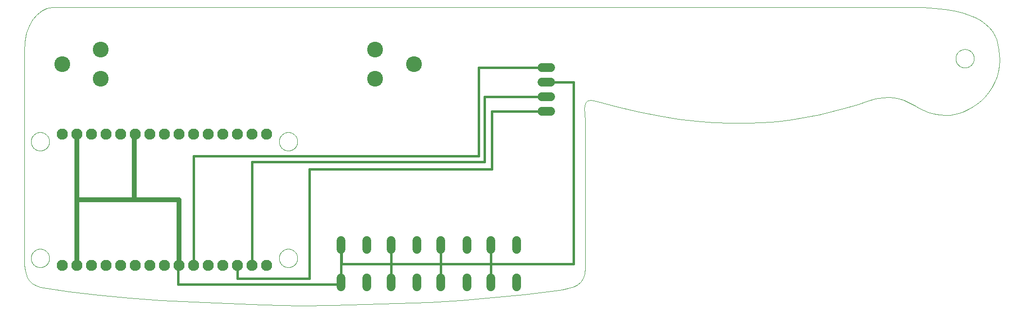
<source format=gbl>
G75*
%MOIN*%
%OFA0B0*%
%FSLAX25Y25*%
%IPPOS*%
%LPD*%
%AMOC8*
5,1,8,0,0,1.08239X$1,22.5*
%
%ADD10C,0.00004*%
%ADD11C,0.00000*%
%ADD12C,0.06000*%
%ADD13C,0.07600*%
%ADD14C,0.10800*%
%ADD15C,0.01600*%
%ADD16C,0.03200*%
D10*
X0011846Y0013466D02*
X0031543Y0010503D01*
X0051860Y0008103D01*
X0072852Y0006185D01*
X0094574Y0004668D01*
X0117080Y0003472D01*
X0140427Y0002516D01*
X0164669Y0001720D01*
X0189861Y0001002D01*
X0212030Y0001298D01*
X0234150Y0001754D01*
X0256205Y0002429D01*
X0278174Y0003386D01*
X0300040Y0004685D01*
X0321784Y0006388D01*
X0343387Y0008557D01*
X0364832Y0011252D01*
X0369506Y0011971D01*
X0373614Y0012818D01*
X0377136Y0013906D01*
X0380047Y0015348D01*
X0382328Y0017258D01*
X0383954Y0019747D01*
X0384906Y0022929D01*
X0385159Y0026918D01*
X0385159Y0129287D01*
X0385099Y0130998D01*
X0384904Y0133242D01*
X0384785Y0135721D01*
X0384951Y0138135D01*
X0385610Y0140186D01*
X0386973Y0141574D01*
X0389248Y0141999D01*
X0392646Y0141164D01*
X0407677Y0137147D01*
X0422037Y0133806D01*
X0435760Y0131108D01*
X0448881Y0129019D01*
X0461435Y0127503D01*
X0473457Y0126528D01*
X0484982Y0126058D01*
X0496044Y0126060D01*
X0506679Y0126499D01*
X0516922Y0127341D01*
X0526807Y0128553D01*
X0536369Y0130098D01*
X0545643Y0131945D01*
X0554664Y0134058D01*
X0563466Y0136403D01*
X0572086Y0138946D01*
X0578498Y0141219D01*
X0584108Y0142735D01*
X0589012Y0143578D01*
X0593307Y0143832D01*
X0597089Y0143583D01*
X0600454Y0142913D01*
X0603500Y0141908D01*
X0606321Y0140653D01*
X0609014Y0139231D01*
X0611676Y0137727D01*
X0614403Y0136226D01*
X0617292Y0134811D01*
X0620438Y0133568D01*
X0623938Y0132580D01*
X0627889Y0131933D01*
X0632386Y0131710D01*
X0635234Y0131704D01*
X0638219Y0132085D01*
X0641296Y0132840D01*
X0644419Y0133952D01*
X0647544Y0135405D01*
X0650626Y0137185D01*
X0653619Y0139275D01*
X0656479Y0141660D01*
X0659161Y0144324D01*
X0661619Y0147253D01*
X0663809Y0150429D01*
X0665686Y0153838D01*
X0667205Y0157464D01*
X0668320Y0161292D01*
X0668987Y0165305D01*
X0669161Y0169489D01*
X0669067Y0173106D01*
X0668728Y0176600D01*
X0668105Y0179958D01*
X0667162Y0183168D01*
X0665859Y0186215D01*
X0664158Y0189089D01*
X0662022Y0191775D01*
X0659413Y0194260D01*
X0656292Y0196533D01*
X0652622Y0198579D01*
X0648364Y0200387D01*
X0643481Y0201944D01*
X0637934Y0203235D01*
X0631685Y0204249D01*
X0624696Y0204973D01*
X0616930Y0205394D01*
X0019959Y0205394D01*
X0016433Y0204726D01*
X0012975Y0203099D01*
X0009716Y0200551D01*
X0006788Y0197124D01*
X0004321Y0192857D01*
X0002447Y0187790D01*
X0001297Y0181964D01*
X0001002Y0175419D01*
X0001002Y0029028D01*
X0001191Y0026999D01*
X0001546Y0024824D01*
X0002150Y0022588D01*
X0003087Y0020375D01*
X0004441Y0018271D01*
X0006297Y0016361D01*
X0008737Y0014731D01*
X0011846Y0013466D01*
D11*
X0005518Y0033510D02*
X0005520Y0033668D01*
X0005526Y0033826D01*
X0005536Y0033984D01*
X0005550Y0034142D01*
X0005568Y0034299D01*
X0005589Y0034456D01*
X0005615Y0034612D01*
X0005645Y0034768D01*
X0005678Y0034923D01*
X0005716Y0035076D01*
X0005757Y0035229D01*
X0005802Y0035381D01*
X0005851Y0035532D01*
X0005904Y0035681D01*
X0005960Y0035829D01*
X0006020Y0035975D01*
X0006084Y0036120D01*
X0006152Y0036263D01*
X0006223Y0036405D01*
X0006297Y0036545D01*
X0006375Y0036682D01*
X0006457Y0036818D01*
X0006541Y0036952D01*
X0006630Y0037083D01*
X0006721Y0037212D01*
X0006816Y0037339D01*
X0006913Y0037464D01*
X0007014Y0037586D01*
X0007118Y0037705D01*
X0007225Y0037822D01*
X0007335Y0037936D01*
X0007448Y0038047D01*
X0007563Y0038156D01*
X0007681Y0038261D01*
X0007802Y0038363D01*
X0007925Y0038463D01*
X0008051Y0038559D01*
X0008179Y0038652D01*
X0008309Y0038742D01*
X0008442Y0038828D01*
X0008577Y0038912D01*
X0008713Y0038991D01*
X0008852Y0039068D01*
X0008993Y0039140D01*
X0009135Y0039210D01*
X0009279Y0039275D01*
X0009425Y0039337D01*
X0009572Y0039395D01*
X0009721Y0039450D01*
X0009871Y0039501D01*
X0010022Y0039548D01*
X0010174Y0039591D01*
X0010327Y0039630D01*
X0010482Y0039666D01*
X0010637Y0039697D01*
X0010793Y0039725D01*
X0010949Y0039749D01*
X0011106Y0039769D01*
X0011264Y0039785D01*
X0011421Y0039797D01*
X0011580Y0039805D01*
X0011738Y0039809D01*
X0011896Y0039809D01*
X0012054Y0039805D01*
X0012213Y0039797D01*
X0012370Y0039785D01*
X0012528Y0039769D01*
X0012685Y0039749D01*
X0012841Y0039725D01*
X0012997Y0039697D01*
X0013152Y0039666D01*
X0013307Y0039630D01*
X0013460Y0039591D01*
X0013612Y0039548D01*
X0013763Y0039501D01*
X0013913Y0039450D01*
X0014062Y0039395D01*
X0014209Y0039337D01*
X0014355Y0039275D01*
X0014499Y0039210D01*
X0014641Y0039140D01*
X0014782Y0039068D01*
X0014921Y0038991D01*
X0015057Y0038912D01*
X0015192Y0038828D01*
X0015325Y0038742D01*
X0015455Y0038652D01*
X0015583Y0038559D01*
X0015709Y0038463D01*
X0015832Y0038363D01*
X0015953Y0038261D01*
X0016071Y0038156D01*
X0016186Y0038047D01*
X0016299Y0037936D01*
X0016409Y0037822D01*
X0016516Y0037705D01*
X0016620Y0037586D01*
X0016721Y0037464D01*
X0016818Y0037339D01*
X0016913Y0037212D01*
X0017004Y0037083D01*
X0017093Y0036952D01*
X0017177Y0036818D01*
X0017259Y0036682D01*
X0017337Y0036545D01*
X0017411Y0036405D01*
X0017482Y0036263D01*
X0017550Y0036120D01*
X0017614Y0035975D01*
X0017674Y0035829D01*
X0017730Y0035681D01*
X0017783Y0035532D01*
X0017832Y0035381D01*
X0017877Y0035229D01*
X0017918Y0035076D01*
X0017956Y0034923D01*
X0017989Y0034768D01*
X0018019Y0034612D01*
X0018045Y0034456D01*
X0018066Y0034299D01*
X0018084Y0034142D01*
X0018098Y0033984D01*
X0018108Y0033826D01*
X0018114Y0033668D01*
X0018116Y0033510D01*
X0018114Y0033352D01*
X0018108Y0033194D01*
X0018098Y0033036D01*
X0018084Y0032878D01*
X0018066Y0032721D01*
X0018045Y0032564D01*
X0018019Y0032408D01*
X0017989Y0032252D01*
X0017956Y0032097D01*
X0017918Y0031944D01*
X0017877Y0031791D01*
X0017832Y0031639D01*
X0017783Y0031488D01*
X0017730Y0031339D01*
X0017674Y0031191D01*
X0017614Y0031045D01*
X0017550Y0030900D01*
X0017482Y0030757D01*
X0017411Y0030615D01*
X0017337Y0030475D01*
X0017259Y0030338D01*
X0017177Y0030202D01*
X0017093Y0030068D01*
X0017004Y0029937D01*
X0016913Y0029808D01*
X0016818Y0029681D01*
X0016721Y0029556D01*
X0016620Y0029434D01*
X0016516Y0029315D01*
X0016409Y0029198D01*
X0016299Y0029084D01*
X0016186Y0028973D01*
X0016071Y0028864D01*
X0015953Y0028759D01*
X0015832Y0028657D01*
X0015709Y0028557D01*
X0015583Y0028461D01*
X0015455Y0028368D01*
X0015325Y0028278D01*
X0015192Y0028192D01*
X0015057Y0028108D01*
X0014921Y0028029D01*
X0014782Y0027952D01*
X0014641Y0027880D01*
X0014499Y0027810D01*
X0014355Y0027745D01*
X0014209Y0027683D01*
X0014062Y0027625D01*
X0013913Y0027570D01*
X0013763Y0027519D01*
X0013612Y0027472D01*
X0013460Y0027429D01*
X0013307Y0027390D01*
X0013152Y0027354D01*
X0012997Y0027323D01*
X0012841Y0027295D01*
X0012685Y0027271D01*
X0012528Y0027251D01*
X0012370Y0027235D01*
X0012213Y0027223D01*
X0012054Y0027215D01*
X0011896Y0027211D01*
X0011738Y0027211D01*
X0011580Y0027215D01*
X0011421Y0027223D01*
X0011264Y0027235D01*
X0011106Y0027251D01*
X0010949Y0027271D01*
X0010793Y0027295D01*
X0010637Y0027323D01*
X0010482Y0027354D01*
X0010327Y0027390D01*
X0010174Y0027429D01*
X0010022Y0027472D01*
X0009871Y0027519D01*
X0009721Y0027570D01*
X0009572Y0027625D01*
X0009425Y0027683D01*
X0009279Y0027745D01*
X0009135Y0027810D01*
X0008993Y0027880D01*
X0008852Y0027952D01*
X0008713Y0028029D01*
X0008577Y0028108D01*
X0008442Y0028192D01*
X0008309Y0028278D01*
X0008179Y0028368D01*
X0008051Y0028461D01*
X0007925Y0028557D01*
X0007802Y0028657D01*
X0007681Y0028759D01*
X0007563Y0028864D01*
X0007448Y0028973D01*
X0007335Y0029084D01*
X0007225Y0029198D01*
X0007118Y0029315D01*
X0007014Y0029434D01*
X0006913Y0029556D01*
X0006816Y0029681D01*
X0006721Y0029808D01*
X0006630Y0029937D01*
X0006541Y0030068D01*
X0006457Y0030202D01*
X0006375Y0030338D01*
X0006297Y0030475D01*
X0006223Y0030615D01*
X0006152Y0030757D01*
X0006084Y0030900D01*
X0006020Y0031045D01*
X0005960Y0031191D01*
X0005904Y0031339D01*
X0005851Y0031488D01*
X0005802Y0031639D01*
X0005757Y0031791D01*
X0005716Y0031944D01*
X0005678Y0032097D01*
X0005645Y0032252D01*
X0005615Y0032408D01*
X0005589Y0032564D01*
X0005568Y0032721D01*
X0005550Y0032878D01*
X0005536Y0033036D01*
X0005526Y0033194D01*
X0005520Y0033352D01*
X0005518Y0033510D01*
X0175518Y0033510D02*
X0175520Y0033668D01*
X0175526Y0033826D01*
X0175536Y0033984D01*
X0175550Y0034142D01*
X0175568Y0034299D01*
X0175589Y0034456D01*
X0175615Y0034612D01*
X0175645Y0034768D01*
X0175678Y0034923D01*
X0175716Y0035076D01*
X0175757Y0035229D01*
X0175802Y0035381D01*
X0175851Y0035532D01*
X0175904Y0035681D01*
X0175960Y0035829D01*
X0176020Y0035975D01*
X0176084Y0036120D01*
X0176152Y0036263D01*
X0176223Y0036405D01*
X0176297Y0036545D01*
X0176375Y0036682D01*
X0176457Y0036818D01*
X0176541Y0036952D01*
X0176630Y0037083D01*
X0176721Y0037212D01*
X0176816Y0037339D01*
X0176913Y0037464D01*
X0177014Y0037586D01*
X0177118Y0037705D01*
X0177225Y0037822D01*
X0177335Y0037936D01*
X0177448Y0038047D01*
X0177563Y0038156D01*
X0177681Y0038261D01*
X0177802Y0038363D01*
X0177925Y0038463D01*
X0178051Y0038559D01*
X0178179Y0038652D01*
X0178309Y0038742D01*
X0178442Y0038828D01*
X0178577Y0038912D01*
X0178713Y0038991D01*
X0178852Y0039068D01*
X0178993Y0039140D01*
X0179135Y0039210D01*
X0179279Y0039275D01*
X0179425Y0039337D01*
X0179572Y0039395D01*
X0179721Y0039450D01*
X0179871Y0039501D01*
X0180022Y0039548D01*
X0180174Y0039591D01*
X0180327Y0039630D01*
X0180482Y0039666D01*
X0180637Y0039697D01*
X0180793Y0039725D01*
X0180949Y0039749D01*
X0181106Y0039769D01*
X0181264Y0039785D01*
X0181421Y0039797D01*
X0181580Y0039805D01*
X0181738Y0039809D01*
X0181896Y0039809D01*
X0182054Y0039805D01*
X0182213Y0039797D01*
X0182370Y0039785D01*
X0182528Y0039769D01*
X0182685Y0039749D01*
X0182841Y0039725D01*
X0182997Y0039697D01*
X0183152Y0039666D01*
X0183307Y0039630D01*
X0183460Y0039591D01*
X0183612Y0039548D01*
X0183763Y0039501D01*
X0183913Y0039450D01*
X0184062Y0039395D01*
X0184209Y0039337D01*
X0184355Y0039275D01*
X0184499Y0039210D01*
X0184641Y0039140D01*
X0184782Y0039068D01*
X0184921Y0038991D01*
X0185057Y0038912D01*
X0185192Y0038828D01*
X0185325Y0038742D01*
X0185455Y0038652D01*
X0185583Y0038559D01*
X0185709Y0038463D01*
X0185832Y0038363D01*
X0185953Y0038261D01*
X0186071Y0038156D01*
X0186186Y0038047D01*
X0186299Y0037936D01*
X0186409Y0037822D01*
X0186516Y0037705D01*
X0186620Y0037586D01*
X0186721Y0037464D01*
X0186818Y0037339D01*
X0186913Y0037212D01*
X0187004Y0037083D01*
X0187093Y0036952D01*
X0187177Y0036818D01*
X0187259Y0036682D01*
X0187337Y0036545D01*
X0187411Y0036405D01*
X0187482Y0036263D01*
X0187550Y0036120D01*
X0187614Y0035975D01*
X0187674Y0035829D01*
X0187730Y0035681D01*
X0187783Y0035532D01*
X0187832Y0035381D01*
X0187877Y0035229D01*
X0187918Y0035076D01*
X0187956Y0034923D01*
X0187989Y0034768D01*
X0188019Y0034612D01*
X0188045Y0034456D01*
X0188066Y0034299D01*
X0188084Y0034142D01*
X0188098Y0033984D01*
X0188108Y0033826D01*
X0188114Y0033668D01*
X0188116Y0033510D01*
X0188114Y0033352D01*
X0188108Y0033194D01*
X0188098Y0033036D01*
X0188084Y0032878D01*
X0188066Y0032721D01*
X0188045Y0032564D01*
X0188019Y0032408D01*
X0187989Y0032252D01*
X0187956Y0032097D01*
X0187918Y0031944D01*
X0187877Y0031791D01*
X0187832Y0031639D01*
X0187783Y0031488D01*
X0187730Y0031339D01*
X0187674Y0031191D01*
X0187614Y0031045D01*
X0187550Y0030900D01*
X0187482Y0030757D01*
X0187411Y0030615D01*
X0187337Y0030475D01*
X0187259Y0030338D01*
X0187177Y0030202D01*
X0187093Y0030068D01*
X0187004Y0029937D01*
X0186913Y0029808D01*
X0186818Y0029681D01*
X0186721Y0029556D01*
X0186620Y0029434D01*
X0186516Y0029315D01*
X0186409Y0029198D01*
X0186299Y0029084D01*
X0186186Y0028973D01*
X0186071Y0028864D01*
X0185953Y0028759D01*
X0185832Y0028657D01*
X0185709Y0028557D01*
X0185583Y0028461D01*
X0185455Y0028368D01*
X0185325Y0028278D01*
X0185192Y0028192D01*
X0185057Y0028108D01*
X0184921Y0028029D01*
X0184782Y0027952D01*
X0184641Y0027880D01*
X0184499Y0027810D01*
X0184355Y0027745D01*
X0184209Y0027683D01*
X0184062Y0027625D01*
X0183913Y0027570D01*
X0183763Y0027519D01*
X0183612Y0027472D01*
X0183460Y0027429D01*
X0183307Y0027390D01*
X0183152Y0027354D01*
X0182997Y0027323D01*
X0182841Y0027295D01*
X0182685Y0027271D01*
X0182528Y0027251D01*
X0182370Y0027235D01*
X0182213Y0027223D01*
X0182054Y0027215D01*
X0181896Y0027211D01*
X0181738Y0027211D01*
X0181580Y0027215D01*
X0181421Y0027223D01*
X0181264Y0027235D01*
X0181106Y0027251D01*
X0180949Y0027271D01*
X0180793Y0027295D01*
X0180637Y0027323D01*
X0180482Y0027354D01*
X0180327Y0027390D01*
X0180174Y0027429D01*
X0180022Y0027472D01*
X0179871Y0027519D01*
X0179721Y0027570D01*
X0179572Y0027625D01*
X0179425Y0027683D01*
X0179279Y0027745D01*
X0179135Y0027810D01*
X0178993Y0027880D01*
X0178852Y0027952D01*
X0178713Y0028029D01*
X0178577Y0028108D01*
X0178442Y0028192D01*
X0178309Y0028278D01*
X0178179Y0028368D01*
X0178051Y0028461D01*
X0177925Y0028557D01*
X0177802Y0028657D01*
X0177681Y0028759D01*
X0177563Y0028864D01*
X0177448Y0028973D01*
X0177335Y0029084D01*
X0177225Y0029198D01*
X0177118Y0029315D01*
X0177014Y0029434D01*
X0176913Y0029556D01*
X0176816Y0029681D01*
X0176721Y0029808D01*
X0176630Y0029937D01*
X0176541Y0030068D01*
X0176457Y0030202D01*
X0176375Y0030338D01*
X0176297Y0030475D01*
X0176223Y0030615D01*
X0176152Y0030757D01*
X0176084Y0030900D01*
X0176020Y0031045D01*
X0175960Y0031191D01*
X0175904Y0031339D01*
X0175851Y0031488D01*
X0175802Y0031639D01*
X0175757Y0031791D01*
X0175716Y0031944D01*
X0175678Y0032097D01*
X0175645Y0032252D01*
X0175615Y0032408D01*
X0175589Y0032564D01*
X0175568Y0032721D01*
X0175550Y0032878D01*
X0175536Y0033036D01*
X0175526Y0033194D01*
X0175520Y0033352D01*
X0175518Y0033510D01*
X0175518Y0113510D02*
X0175520Y0113668D01*
X0175526Y0113826D01*
X0175536Y0113984D01*
X0175550Y0114142D01*
X0175568Y0114299D01*
X0175589Y0114456D01*
X0175615Y0114612D01*
X0175645Y0114768D01*
X0175678Y0114923D01*
X0175716Y0115076D01*
X0175757Y0115229D01*
X0175802Y0115381D01*
X0175851Y0115532D01*
X0175904Y0115681D01*
X0175960Y0115829D01*
X0176020Y0115975D01*
X0176084Y0116120D01*
X0176152Y0116263D01*
X0176223Y0116405D01*
X0176297Y0116545D01*
X0176375Y0116682D01*
X0176457Y0116818D01*
X0176541Y0116952D01*
X0176630Y0117083D01*
X0176721Y0117212D01*
X0176816Y0117339D01*
X0176913Y0117464D01*
X0177014Y0117586D01*
X0177118Y0117705D01*
X0177225Y0117822D01*
X0177335Y0117936D01*
X0177448Y0118047D01*
X0177563Y0118156D01*
X0177681Y0118261D01*
X0177802Y0118363D01*
X0177925Y0118463D01*
X0178051Y0118559D01*
X0178179Y0118652D01*
X0178309Y0118742D01*
X0178442Y0118828D01*
X0178577Y0118912D01*
X0178713Y0118991D01*
X0178852Y0119068D01*
X0178993Y0119140D01*
X0179135Y0119210D01*
X0179279Y0119275D01*
X0179425Y0119337D01*
X0179572Y0119395D01*
X0179721Y0119450D01*
X0179871Y0119501D01*
X0180022Y0119548D01*
X0180174Y0119591D01*
X0180327Y0119630D01*
X0180482Y0119666D01*
X0180637Y0119697D01*
X0180793Y0119725D01*
X0180949Y0119749D01*
X0181106Y0119769D01*
X0181264Y0119785D01*
X0181421Y0119797D01*
X0181580Y0119805D01*
X0181738Y0119809D01*
X0181896Y0119809D01*
X0182054Y0119805D01*
X0182213Y0119797D01*
X0182370Y0119785D01*
X0182528Y0119769D01*
X0182685Y0119749D01*
X0182841Y0119725D01*
X0182997Y0119697D01*
X0183152Y0119666D01*
X0183307Y0119630D01*
X0183460Y0119591D01*
X0183612Y0119548D01*
X0183763Y0119501D01*
X0183913Y0119450D01*
X0184062Y0119395D01*
X0184209Y0119337D01*
X0184355Y0119275D01*
X0184499Y0119210D01*
X0184641Y0119140D01*
X0184782Y0119068D01*
X0184921Y0118991D01*
X0185057Y0118912D01*
X0185192Y0118828D01*
X0185325Y0118742D01*
X0185455Y0118652D01*
X0185583Y0118559D01*
X0185709Y0118463D01*
X0185832Y0118363D01*
X0185953Y0118261D01*
X0186071Y0118156D01*
X0186186Y0118047D01*
X0186299Y0117936D01*
X0186409Y0117822D01*
X0186516Y0117705D01*
X0186620Y0117586D01*
X0186721Y0117464D01*
X0186818Y0117339D01*
X0186913Y0117212D01*
X0187004Y0117083D01*
X0187093Y0116952D01*
X0187177Y0116818D01*
X0187259Y0116682D01*
X0187337Y0116545D01*
X0187411Y0116405D01*
X0187482Y0116263D01*
X0187550Y0116120D01*
X0187614Y0115975D01*
X0187674Y0115829D01*
X0187730Y0115681D01*
X0187783Y0115532D01*
X0187832Y0115381D01*
X0187877Y0115229D01*
X0187918Y0115076D01*
X0187956Y0114923D01*
X0187989Y0114768D01*
X0188019Y0114612D01*
X0188045Y0114456D01*
X0188066Y0114299D01*
X0188084Y0114142D01*
X0188098Y0113984D01*
X0188108Y0113826D01*
X0188114Y0113668D01*
X0188116Y0113510D01*
X0188114Y0113352D01*
X0188108Y0113194D01*
X0188098Y0113036D01*
X0188084Y0112878D01*
X0188066Y0112721D01*
X0188045Y0112564D01*
X0188019Y0112408D01*
X0187989Y0112252D01*
X0187956Y0112097D01*
X0187918Y0111944D01*
X0187877Y0111791D01*
X0187832Y0111639D01*
X0187783Y0111488D01*
X0187730Y0111339D01*
X0187674Y0111191D01*
X0187614Y0111045D01*
X0187550Y0110900D01*
X0187482Y0110757D01*
X0187411Y0110615D01*
X0187337Y0110475D01*
X0187259Y0110338D01*
X0187177Y0110202D01*
X0187093Y0110068D01*
X0187004Y0109937D01*
X0186913Y0109808D01*
X0186818Y0109681D01*
X0186721Y0109556D01*
X0186620Y0109434D01*
X0186516Y0109315D01*
X0186409Y0109198D01*
X0186299Y0109084D01*
X0186186Y0108973D01*
X0186071Y0108864D01*
X0185953Y0108759D01*
X0185832Y0108657D01*
X0185709Y0108557D01*
X0185583Y0108461D01*
X0185455Y0108368D01*
X0185325Y0108278D01*
X0185192Y0108192D01*
X0185057Y0108108D01*
X0184921Y0108029D01*
X0184782Y0107952D01*
X0184641Y0107880D01*
X0184499Y0107810D01*
X0184355Y0107745D01*
X0184209Y0107683D01*
X0184062Y0107625D01*
X0183913Y0107570D01*
X0183763Y0107519D01*
X0183612Y0107472D01*
X0183460Y0107429D01*
X0183307Y0107390D01*
X0183152Y0107354D01*
X0182997Y0107323D01*
X0182841Y0107295D01*
X0182685Y0107271D01*
X0182528Y0107251D01*
X0182370Y0107235D01*
X0182213Y0107223D01*
X0182054Y0107215D01*
X0181896Y0107211D01*
X0181738Y0107211D01*
X0181580Y0107215D01*
X0181421Y0107223D01*
X0181264Y0107235D01*
X0181106Y0107251D01*
X0180949Y0107271D01*
X0180793Y0107295D01*
X0180637Y0107323D01*
X0180482Y0107354D01*
X0180327Y0107390D01*
X0180174Y0107429D01*
X0180022Y0107472D01*
X0179871Y0107519D01*
X0179721Y0107570D01*
X0179572Y0107625D01*
X0179425Y0107683D01*
X0179279Y0107745D01*
X0179135Y0107810D01*
X0178993Y0107880D01*
X0178852Y0107952D01*
X0178713Y0108029D01*
X0178577Y0108108D01*
X0178442Y0108192D01*
X0178309Y0108278D01*
X0178179Y0108368D01*
X0178051Y0108461D01*
X0177925Y0108557D01*
X0177802Y0108657D01*
X0177681Y0108759D01*
X0177563Y0108864D01*
X0177448Y0108973D01*
X0177335Y0109084D01*
X0177225Y0109198D01*
X0177118Y0109315D01*
X0177014Y0109434D01*
X0176913Y0109556D01*
X0176816Y0109681D01*
X0176721Y0109808D01*
X0176630Y0109937D01*
X0176541Y0110068D01*
X0176457Y0110202D01*
X0176375Y0110338D01*
X0176297Y0110475D01*
X0176223Y0110615D01*
X0176152Y0110757D01*
X0176084Y0110900D01*
X0176020Y0111045D01*
X0175960Y0111191D01*
X0175904Y0111339D01*
X0175851Y0111488D01*
X0175802Y0111639D01*
X0175757Y0111791D01*
X0175716Y0111944D01*
X0175678Y0112097D01*
X0175645Y0112252D01*
X0175615Y0112408D01*
X0175589Y0112564D01*
X0175568Y0112721D01*
X0175550Y0112878D01*
X0175536Y0113036D01*
X0175526Y0113194D01*
X0175520Y0113352D01*
X0175518Y0113510D01*
X0005518Y0113510D02*
X0005520Y0113668D01*
X0005526Y0113826D01*
X0005536Y0113984D01*
X0005550Y0114142D01*
X0005568Y0114299D01*
X0005589Y0114456D01*
X0005615Y0114612D01*
X0005645Y0114768D01*
X0005678Y0114923D01*
X0005716Y0115076D01*
X0005757Y0115229D01*
X0005802Y0115381D01*
X0005851Y0115532D01*
X0005904Y0115681D01*
X0005960Y0115829D01*
X0006020Y0115975D01*
X0006084Y0116120D01*
X0006152Y0116263D01*
X0006223Y0116405D01*
X0006297Y0116545D01*
X0006375Y0116682D01*
X0006457Y0116818D01*
X0006541Y0116952D01*
X0006630Y0117083D01*
X0006721Y0117212D01*
X0006816Y0117339D01*
X0006913Y0117464D01*
X0007014Y0117586D01*
X0007118Y0117705D01*
X0007225Y0117822D01*
X0007335Y0117936D01*
X0007448Y0118047D01*
X0007563Y0118156D01*
X0007681Y0118261D01*
X0007802Y0118363D01*
X0007925Y0118463D01*
X0008051Y0118559D01*
X0008179Y0118652D01*
X0008309Y0118742D01*
X0008442Y0118828D01*
X0008577Y0118912D01*
X0008713Y0118991D01*
X0008852Y0119068D01*
X0008993Y0119140D01*
X0009135Y0119210D01*
X0009279Y0119275D01*
X0009425Y0119337D01*
X0009572Y0119395D01*
X0009721Y0119450D01*
X0009871Y0119501D01*
X0010022Y0119548D01*
X0010174Y0119591D01*
X0010327Y0119630D01*
X0010482Y0119666D01*
X0010637Y0119697D01*
X0010793Y0119725D01*
X0010949Y0119749D01*
X0011106Y0119769D01*
X0011264Y0119785D01*
X0011421Y0119797D01*
X0011580Y0119805D01*
X0011738Y0119809D01*
X0011896Y0119809D01*
X0012054Y0119805D01*
X0012213Y0119797D01*
X0012370Y0119785D01*
X0012528Y0119769D01*
X0012685Y0119749D01*
X0012841Y0119725D01*
X0012997Y0119697D01*
X0013152Y0119666D01*
X0013307Y0119630D01*
X0013460Y0119591D01*
X0013612Y0119548D01*
X0013763Y0119501D01*
X0013913Y0119450D01*
X0014062Y0119395D01*
X0014209Y0119337D01*
X0014355Y0119275D01*
X0014499Y0119210D01*
X0014641Y0119140D01*
X0014782Y0119068D01*
X0014921Y0118991D01*
X0015057Y0118912D01*
X0015192Y0118828D01*
X0015325Y0118742D01*
X0015455Y0118652D01*
X0015583Y0118559D01*
X0015709Y0118463D01*
X0015832Y0118363D01*
X0015953Y0118261D01*
X0016071Y0118156D01*
X0016186Y0118047D01*
X0016299Y0117936D01*
X0016409Y0117822D01*
X0016516Y0117705D01*
X0016620Y0117586D01*
X0016721Y0117464D01*
X0016818Y0117339D01*
X0016913Y0117212D01*
X0017004Y0117083D01*
X0017093Y0116952D01*
X0017177Y0116818D01*
X0017259Y0116682D01*
X0017337Y0116545D01*
X0017411Y0116405D01*
X0017482Y0116263D01*
X0017550Y0116120D01*
X0017614Y0115975D01*
X0017674Y0115829D01*
X0017730Y0115681D01*
X0017783Y0115532D01*
X0017832Y0115381D01*
X0017877Y0115229D01*
X0017918Y0115076D01*
X0017956Y0114923D01*
X0017989Y0114768D01*
X0018019Y0114612D01*
X0018045Y0114456D01*
X0018066Y0114299D01*
X0018084Y0114142D01*
X0018098Y0113984D01*
X0018108Y0113826D01*
X0018114Y0113668D01*
X0018116Y0113510D01*
X0018114Y0113352D01*
X0018108Y0113194D01*
X0018098Y0113036D01*
X0018084Y0112878D01*
X0018066Y0112721D01*
X0018045Y0112564D01*
X0018019Y0112408D01*
X0017989Y0112252D01*
X0017956Y0112097D01*
X0017918Y0111944D01*
X0017877Y0111791D01*
X0017832Y0111639D01*
X0017783Y0111488D01*
X0017730Y0111339D01*
X0017674Y0111191D01*
X0017614Y0111045D01*
X0017550Y0110900D01*
X0017482Y0110757D01*
X0017411Y0110615D01*
X0017337Y0110475D01*
X0017259Y0110338D01*
X0017177Y0110202D01*
X0017093Y0110068D01*
X0017004Y0109937D01*
X0016913Y0109808D01*
X0016818Y0109681D01*
X0016721Y0109556D01*
X0016620Y0109434D01*
X0016516Y0109315D01*
X0016409Y0109198D01*
X0016299Y0109084D01*
X0016186Y0108973D01*
X0016071Y0108864D01*
X0015953Y0108759D01*
X0015832Y0108657D01*
X0015709Y0108557D01*
X0015583Y0108461D01*
X0015455Y0108368D01*
X0015325Y0108278D01*
X0015192Y0108192D01*
X0015057Y0108108D01*
X0014921Y0108029D01*
X0014782Y0107952D01*
X0014641Y0107880D01*
X0014499Y0107810D01*
X0014355Y0107745D01*
X0014209Y0107683D01*
X0014062Y0107625D01*
X0013913Y0107570D01*
X0013763Y0107519D01*
X0013612Y0107472D01*
X0013460Y0107429D01*
X0013307Y0107390D01*
X0013152Y0107354D01*
X0012997Y0107323D01*
X0012841Y0107295D01*
X0012685Y0107271D01*
X0012528Y0107251D01*
X0012370Y0107235D01*
X0012213Y0107223D01*
X0012054Y0107215D01*
X0011896Y0107211D01*
X0011738Y0107211D01*
X0011580Y0107215D01*
X0011421Y0107223D01*
X0011264Y0107235D01*
X0011106Y0107251D01*
X0010949Y0107271D01*
X0010793Y0107295D01*
X0010637Y0107323D01*
X0010482Y0107354D01*
X0010327Y0107390D01*
X0010174Y0107429D01*
X0010022Y0107472D01*
X0009871Y0107519D01*
X0009721Y0107570D01*
X0009572Y0107625D01*
X0009425Y0107683D01*
X0009279Y0107745D01*
X0009135Y0107810D01*
X0008993Y0107880D01*
X0008852Y0107952D01*
X0008713Y0108029D01*
X0008577Y0108108D01*
X0008442Y0108192D01*
X0008309Y0108278D01*
X0008179Y0108368D01*
X0008051Y0108461D01*
X0007925Y0108557D01*
X0007802Y0108657D01*
X0007681Y0108759D01*
X0007563Y0108864D01*
X0007448Y0108973D01*
X0007335Y0109084D01*
X0007225Y0109198D01*
X0007118Y0109315D01*
X0007014Y0109434D01*
X0006913Y0109556D01*
X0006816Y0109681D01*
X0006721Y0109808D01*
X0006630Y0109937D01*
X0006541Y0110068D01*
X0006457Y0110202D01*
X0006375Y0110338D01*
X0006297Y0110475D01*
X0006223Y0110615D01*
X0006152Y0110757D01*
X0006084Y0110900D01*
X0006020Y0111045D01*
X0005960Y0111191D01*
X0005904Y0111339D01*
X0005851Y0111488D01*
X0005802Y0111639D01*
X0005757Y0111791D01*
X0005716Y0111944D01*
X0005678Y0112097D01*
X0005645Y0112252D01*
X0005615Y0112408D01*
X0005589Y0112564D01*
X0005568Y0112721D01*
X0005550Y0112878D01*
X0005536Y0113036D01*
X0005526Y0113194D01*
X0005520Y0113352D01*
X0005518Y0113510D01*
X0639132Y0170447D02*
X0639134Y0170605D01*
X0639140Y0170763D01*
X0639150Y0170921D01*
X0639164Y0171079D01*
X0639182Y0171236D01*
X0639203Y0171393D01*
X0639229Y0171549D01*
X0639259Y0171705D01*
X0639292Y0171860D01*
X0639330Y0172013D01*
X0639371Y0172166D01*
X0639416Y0172318D01*
X0639465Y0172469D01*
X0639518Y0172618D01*
X0639574Y0172766D01*
X0639634Y0172912D01*
X0639698Y0173057D01*
X0639766Y0173200D01*
X0639837Y0173342D01*
X0639911Y0173482D01*
X0639989Y0173619D01*
X0640071Y0173755D01*
X0640155Y0173889D01*
X0640244Y0174020D01*
X0640335Y0174149D01*
X0640430Y0174276D01*
X0640527Y0174401D01*
X0640628Y0174523D01*
X0640732Y0174642D01*
X0640839Y0174759D01*
X0640949Y0174873D01*
X0641062Y0174984D01*
X0641177Y0175093D01*
X0641295Y0175198D01*
X0641416Y0175300D01*
X0641539Y0175400D01*
X0641665Y0175496D01*
X0641793Y0175589D01*
X0641923Y0175679D01*
X0642056Y0175765D01*
X0642191Y0175849D01*
X0642327Y0175928D01*
X0642466Y0176005D01*
X0642607Y0176077D01*
X0642749Y0176147D01*
X0642893Y0176212D01*
X0643039Y0176274D01*
X0643186Y0176332D01*
X0643335Y0176387D01*
X0643485Y0176438D01*
X0643636Y0176485D01*
X0643788Y0176528D01*
X0643941Y0176567D01*
X0644096Y0176603D01*
X0644251Y0176634D01*
X0644407Y0176662D01*
X0644563Y0176686D01*
X0644720Y0176706D01*
X0644878Y0176722D01*
X0645035Y0176734D01*
X0645194Y0176742D01*
X0645352Y0176746D01*
X0645510Y0176746D01*
X0645668Y0176742D01*
X0645827Y0176734D01*
X0645984Y0176722D01*
X0646142Y0176706D01*
X0646299Y0176686D01*
X0646455Y0176662D01*
X0646611Y0176634D01*
X0646766Y0176603D01*
X0646921Y0176567D01*
X0647074Y0176528D01*
X0647226Y0176485D01*
X0647377Y0176438D01*
X0647527Y0176387D01*
X0647676Y0176332D01*
X0647823Y0176274D01*
X0647969Y0176212D01*
X0648113Y0176147D01*
X0648255Y0176077D01*
X0648396Y0176005D01*
X0648535Y0175928D01*
X0648671Y0175849D01*
X0648806Y0175765D01*
X0648939Y0175679D01*
X0649069Y0175589D01*
X0649197Y0175496D01*
X0649323Y0175400D01*
X0649446Y0175300D01*
X0649567Y0175198D01*
X0649685Y0175093D01*
X0649800Y0174984D01*
X0649913Y0174873D01*
X0650023Y0174759D01*
X0650130Y0174642D01*
X0650234Y0174523D01*
X0650335Y0174401D01*
X0650432Y0174276D01*
X0650527Y0174149D01*
X0650618Y0174020D01*
X0650707Y0173889D01*
X0650791Y0173755D01*
X0650873Y0173619D01*
X0650951Y0173482D01*
X0651025Y0173342D01*
X0651096Y0173200D01*
X0651164Y0173057D01*
X0651228Y0172912D01*
X0651288Y0172766D01*
X0651344Y0172618D01*
X0651397Y0172469D01*
X0651446Y0172318D01*
X0651491Y0172166D01*
X0651532Y0172013D01*
X0651570Y0171860D01*
X0651603Y0171705D01*
X0651633Y0171549D01*
X0651659Y0171393D01*
X0651680Y0171236D01*
X0651698Y0171079D01*
X0651712Y0170921D01*
X0651722Y0170763D01*
X0651728Y0170605D01*
X0651730Y0170447D01*
X0651728Y0170289D01*
X0651722Y0170131D01*
X0651712Y0169973D01*
X0651698Y0169815D01*
X0651680Y0169658D01*
X0651659Y0169501D01*
X0651633Y0169345D01*
X0651603Y0169189D01*
X0651570Y0169034D01*
X0651532Y0168881D01*
X0651491Y0168728D01*
X0651446Y0168576D01*
X0651397Y0168425D01*
X0651344Y0168276D01*
X0651288Y0168128D01*
X0651228Y0167982D01*
X0651164Y0167837D01*
X0651096Y0167694D01*
X0651025Y0167552D01*
X0650951Y0167412D01*
X0650873Y0167275D01*
X0650791Y0167139D01*
X0650707Y0167005D01*
X0650618Y0166874D01*
X0650527Y0166745D01*
X0650432Y0166618D01*
X0650335Y0166493D01*
X0650234Y0166371D01*
X0650130Y0166252D01*
X0650023Y0166135D01*
X0649913Y0166021D01*
X0649800Y0165910D01*
X0649685Y0165801D01*
X0649567Y0165696D01*
X0649446Y0165594D01*
X0649323Y0165494D01*
X0649197Y0165398D01*
X0649069Y0165305D01*
X0648939Y0165215D01*
X0648806Y0165129D01*
X0648671Y0165045D01*
X0648535Y0164966D01*
X0648396Y0164889D01*
X0648255Y0164817D01*
X0648113Y0164747D01*
X0647969Y0164682D01*
X0647823Y0164620D01*
X0647676Y0164562D01*
X0647527Y0164507D01*
X0647377Y0164456D01*
X0647226Y0164409D01*
X0647074Y0164366D01*
X0646921Y0164327D01*
X0646766Y0164291D01*
X0646611Y0164260D01*
X0646455Y0164232D01*
X0646299Y0164208D01*
X0646142Y0164188D01*
X0645984Y0164172D01*
X0645827Y0164160D01*
X0645668Y0164152D01*
X0645510Y0164148D01*
X0645352Y0164148D01*
X0645194Y0164152D01*
X0645035Y0164160D01*
X0644878Y0164172D01*
X0644720Y0164188D01*
X0644563Y0164208D01*
X0644407Y0164232D01*
X0644251Y0164260D01*
X0644096Y0164291D01*
X0643941Y0164327D01*
X0643788Y0164366D01*
X0643636Y0164409D01*
X0643485Y0164456D01*
X0643335Y0164507D01*
X0643186Y0164562D01*
X0643039Y0164620D01*
X0642893Y0164682D01*
X0642749Y0164747D01*
X0642607Y0164817D01*
X0642466Y0164889D01*
X0642327Y0164966D01*
X0642191Y0165045D01*
X0642056Y0165129D01*
X0641923Y0165215D01*
X0641793Y0165305D01*
X0641665Y0165398D01*
X0641539Y0165494D01*
X0641416Y0165594D01*
X0641295Y0165696D01*
X0641177Y0165801D01*
X0641062Y0165910D01*
X0640949Y0166021D01*
X0640839Y0166135D01*
X0640732Y0166252D01*
X0640628Y0166371D01*
X0640527Y0166493D01*
X0640430Y0166618D01*
X0640335Y0166745D01*
X0640244Y0166874D01*
X0640155Y0167005D01*
X0640071Y0167139D01*
X0639989Y0167275D01*
X0639911Y0167412D01*
X0639837Y0167552D01*
X0639766Y0167694D01*
X0639698Y0167837D01*
X0639634Y0167982D01*
X0639574Y0168128D01*
X0639518Y0168276D01*
X0639465Y0168425D01*
X0639416Y0168576D01*
X0639371Y0168728D01*
X0639330Y0168881D01*
X0639292Y0169034D01*
X0639259Y0169189D01*
X0639229Y0169345D01*
X0639203Y0169501D01*
X0639182Y0169658D01*
X0639164Y0169815D01*
X0639150Y0169973D01*
X0639140Y0170131D01*
X0639134Y0170289D01*
X0639132Y0170447D01*
D12*
X0361778Y0164069D02*
X0355778Y0164069D01*
X0355778Y0154069D02*
X0361778Y0154069D01*
X0361778Y0144069D02*
X0355778Y0144069D01*
X0355778Y0134069D02*
X0361778Y0134069D01*
X0338410Y0045499D02*
X0338410Y0039499D01*
X0320610Y0039499D02*
X0320610Y0045499D01*
X0304190Y0045499D02*
X0304190Y0039499D01*
X0286390Y0039499D02*
X0286390Y0045499D01*
X0269969Y0045499D02*
X0269969Y0039499D01*
X0252169Y0039499D02*
X0252169Y0045499D01*
X0235749Y0045499D02*
X0235749Y0039499D01*
X0217949Y0039499D02*
X0217949Y0045499D01*
X0217949Y0019899D02*
X0217949Y0013899D01*
X0235749Y0013899D02*
X0235749Y0019899D01*
X0252169Y0019899D02*
X0252169Y0013899D01*
X0269969Y0013899D02*
X0269969Y0019899D01*
X0286390Y0019899D02*
X0286390Y0013899D01*
X0304190Y0013899D02*
X0304190Y0019899D01*
X0320610Y0019899D02*
X0320610Y0013899D01*
X0338410Y0013899D02*
X0338410Y0019899D01*
D13*
X0166817Y0028510D03*
X0156817Y0028510D03*
X0146817Y0028510D03*
X0136817Y0028510D03*
X0126817Y0028510D03*
X0116817Y0028510D03*
X0106817Y0028510D03*
X0096817Y0028510D03*
X0086817Y0028510D03*
X0076817Y0028510D03*
X0066817Y0028510D03*
X0056817Y0028510D03*
X0046817Y0028510D03*
X0036817Y0028510D03*
X0026817Y0028510D03*
X0026817Y0118510D03*
X0036817Y0118510D03*
X0046817Y0118510D03*
X0056817Y0118510D03*
X0066817Y0118510D03*
X0076817Y0118510D03*
X0086817Y0118510D03*
X0096817Y0118510D03*
X0106817Y0118510D03*
X0116817Y0118510D03*
X0126817Y0118510D03*
X0136817Y0118510D03*
X0146817Y0118510D03*
X0156817Y0118510D03*
X0166817Y0118510D03*
D14*
X0241447Y0156408D03*
X0268014Y0166408D03*
X0241447Y0176408D03*
X0053416Y0176487D03*
X0026849Y0166487D03*
X0053416Y0156487D03*
D15*
X0076431Y0118510D02*
X0076817Y0118510D01*
X0116817Y0103447D02*
X0116817Y0028510D01*
X0106817Y0028510D02*
X0106431Y0028510D01*
X0106431Y0015447D01*
X0217949Y0015447D01*
X0217949Y0016899D01*
X0217949Y0042499D01*
X0218431Y0042499D01*
X0218431Y0029447D01*
X0320610Y0029447D01*
X0377431Y0029447D01*
X0377431Y0154069D01*
X0358778Y0154069D01*
X0358778Y0144069D02*
X0316431Y0144069D01*
X0316431Y0099447D01*
X0156817Y0099447D01*
X0156817Y0028510D01*
X0146817Y0028510D02*
X0146817Y0019447D01*
X0196431Y0019447D01*
X0196431Y0094447D01*
X0321431Y0094447D01*
X0321431Y0134069D01*
X0358778Y0134069D01*
X0312431Y0164069D02*
X0312431Y0103447D01*
X0116817Y0103447D01*
X0312431Y0164069D02*
X0358778Y0164069D01*
X0320610Y0042499D02*
X0320610Y0029447D01*
X0320610Y0016899D01*
X0286390Y0016899D02*
X0286390Y0042499D01*
X0252169Y0042499D02*
X0252169Y0016899D01*
D16*
X0106817Y0028510D02*
X0106817Y0073447D01*
X0076431Y0073447D01*
X0036817Y0073447D01*
X0036817Y0118510D01*
X0076431Y0118510D02*
X0076431Y0073447D01*
X0036817Y0073447D02*
X0036817Y0028510D01*
M02*

</source>
